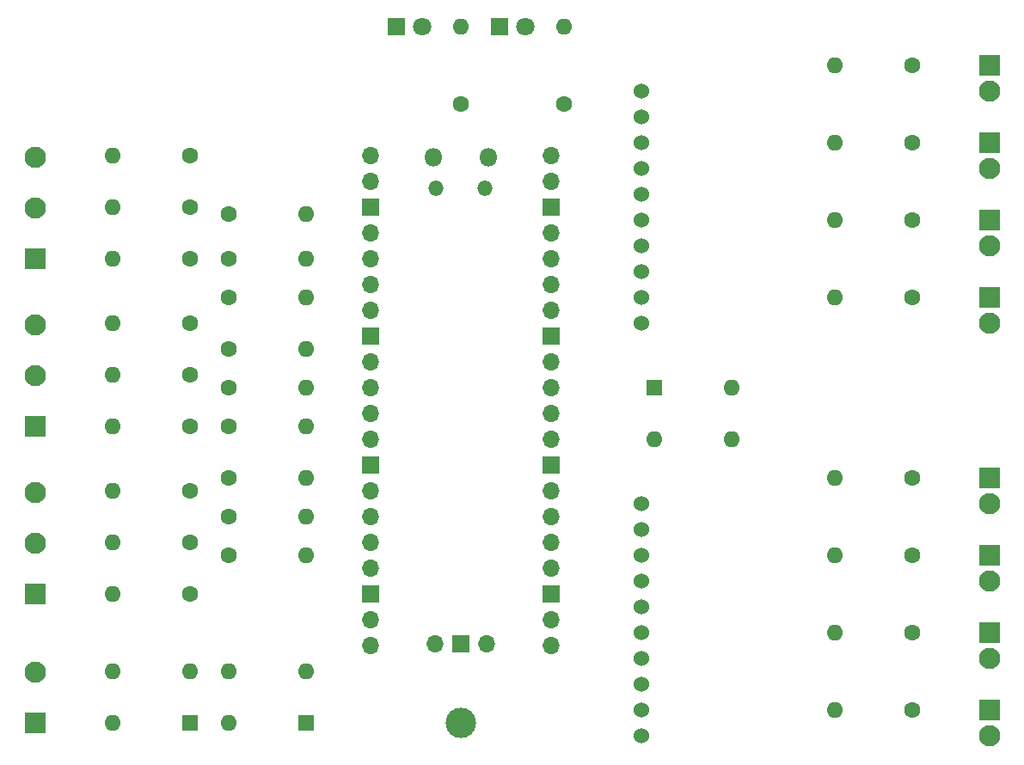
<source format=gbs>
G04 #@! TF.GenerationSoftware,KiCad,Pcbnew,5.1.9+dfsg1-1*
G04 #@! TF.CreationDate,2022-01-29T15:43:47+01:00*
G04 #@! TF.ProjectId,rogue_sensors,726f6775-655f-4736-956e-736f72732e6b,v01*
G04 #@! TF.SameCoordinates,Original*
G04 #@! TF.FileFunction,Soldermask,Bot*
G04 #@! TF.FilePolarity,Negative*
%FSLAX46Y46*%
G04 Gerber Fmt 4.6, Leading zero omitted, Abs format (unit mm)*
G04 Created by KiCad (PCBNEW 5.1.9+dfsg1-1) date 2022-01-29 15:43:47*
%MOMM*%
%LPD*%
G01*
G04 APERTURE LIST*
%ADD10C,1.600000*%
%ADD11O,1.600000X1.600000*%
%ADD12O,1.700000X1.700000*%
%ADD13R,1.700000X1.700000*%
%ADD14O,1.800000X1.800000*%
%ADD15O,1.500000X1.500000*%
%ADD16C,3.000000*%
%ADD17R,1.800000X1.800000*%
%ADD18C,1.800000*%
%ADD19C,2.100000*%
%ADD20R,2.100000X2.100000*%
%ADD21R,1.600000X1.600000*%
%ADD22C,1.524000*%
G04 APERTURE END LIST*
D10*
G04 #@! TO.C,R26*
X106680000Y-69850000D03*
D11*
X99060000Y-69850000D03*
G04 #@! TD*
D12*
G04 #@! TO.C,U1*
X53340000Y-30480000D03*
X53340000Y-33020000D03*
D13*
X53340000Y-35560000D03*
D12*
X53340000Y-38100000D03*
X53340000Y-40640000D03*
X53340000Y-43180000D03*
X53340000Y-45720000D03*
D13*
X53340000Y-48260000D03*
D12*
X53340000Y-50800000D03*
X53340000Y-53340000D03*
X53340000Y-55880000D03*
X53340000Y-58420000D03*
D13*
X53340000Y-60960000D03*
D12*
X53340000Y-63500000D03*
X53340000Y-66040000D03*
X53340000Y-68580000D03*
X53340000Y-71120000D03*
D13*
X53340000Y-73660000D03*
D12*
X53340000Y-76200000D03*
X53340000Y-78740000D03*
X71120000Y-78740000D03*
X71120000Y-76200000D03*
D13*
X71120000Y-73660000D03*
D12*
X71120000Y-71120000D03*
X71120000Y-68580000D03*
X71120000Y-66040000D03*
X71120000Y-63500000D03*
D13*
X71120000Y-60960000D03*
D12*
X71120000Y-58420000D03*
X71120000Y-55880000D03*
X71120000Y-53340000D03*
X71120000Y-50800000D03*
D13*
X71120000Y-48260000D03*
D12*
X71120000Y-45720000D03*
X71120000Y-43180000D03*
X71120000Y-40640000D03*
X71120000Y-38100000D03*
D13*
X71120000Y-35560000D03*
D12*
X71120000Y-33020000D03*
X71120000Y-30480000D03*
D14*
X59505000Y-30610000D03*
X64955000Y-30610000D03*
D15*
X59805000Y-33640000D03*
X64655000Y-33640000D03*
D12*
X59690000Y-78510000D03*
D13*
X62230000Y-78510000D03*
D12*
X64770000Y-78510000D03*
G04 #@! TD*
D16*
G04 #@! TO.C,J5*
X62230000Y-86360000D03*
G04 #@! TD*
D17*
G04 #@! TO.C,D1*
X66040000Y-17780000D03*
D18*
X68580000Y-17780000D03*
G04 #@! TD*
G04 #@! TO.C,D2*
X58420000Y-17780000D03*
D17*
X55880000Y-17780000D03*
G04 #@! TD*
D19*
G04 #@! TO.C,J1*
X20320000Y-30640000D03*
X20320000Y-35640000D03*
D20*
X20320000Y-40640000D03*
G04 #@! TD*
G04 #@! TO.C,J2*
X20320000Y-57150000D03*
D19*
X20320000Y-52150000D03*
X20320000Y-47150000D03*
G04 #@! TD*
D20*
G04 #@! TO.C,J3*
X20320000Y-73660000D03*
D19*
X20320000Y-68660000D03*
X20320000Y-63660000D03*
G04 #@! TD*
D20*
G04 #@! TO.C,J4*
X20320000Y-86360000D03*
D19*
X20320000Y-81360000D03*
G04 #@! TD*
D20*
G04 #@! TO.C,J6*
X114300000Y-21590000D03*
D19*
X114300000Y-24130000D03*
G04 #@! TD*
G04 #@! TO.C,J7*
X114300000Y-31750000D03*
D20*
X114300000Y-29210000D03*
G04 #@! TD*
G04 #@! TO.C,J8*
X114300000Y-36830000D03*
D19*
X114300000Y-39370000D03*
G04 #@! TD*
G04 #@! TO.C,J9*
X114300000Y-46990000D03*
D20*
X114300000Y-44450000D03*
G04 #@! TD*
G04 #@! TO.C,J10*
X114300000Y-62230000D03*
D19*
X114300000Y-64770000D03*
G04 #@! TD*
G04 #@! TO.C,J11*
X114300000Y-72390000D03*
D20*
X114300000Y-69850000D03*
G04 #@! TD*
G04 #@! TO.C,J12*
X114300000Y-77470000D03*
D19*
X114300000Y-80010000D03*
G04 #@! TD*
G04 #@! TO.C,J13*
X114300000Y-87630000D03*
D20*
X114300000Y-85090000D03*
G04 #@! TD*
D11*
G04 #@! TO.C,R1*
X46990000Y-36195000D03*
D10*
X39370000Y-36195000D03*
G04 #@! TD*
G04 #@! TO.C,R2*
X39370000Y-40640000D03*
D11*
X46990000Y-40640000D03*
G04 #@! TD*
G04 #@! TO.C,R3*
X46990000Y-44450000D03*
D10*
X39370000Y-44450000D03*
G04 #@! TD*
G04 #@! TO.C,R4*
X39370000Y-49530000D03*
D11*
X46990000Y-49530000D03*
G04 #@! TD*
G04 #@! TO.C,R5*
X46990000Y-53340000D03*
D10*
X39370000Y-53340000D03*
G04 #@! TD*
G04 #@! TO.C,R6*
X39370000Y-57150000D03*
D11*
X46990000Y-57150000D03*
G04 #@! TD*
G04 #@! TO.C,R7*
X46990000Y-62230000D03*
D10*
X39370000Y-62230000D03*
G04 #@! TD*
G04 #@! TO.C,R8*
X39370000Y-66040000D03*
D11*
X46990000Y-66040000D03*
G04 #@! TD*
G04 #@! TO.C,R9*
X46990000Y-69850000D03*
D10*
X39370000Y-69850000D03*
G04 #@! TD*
D11*
G04 #@! TO.C,R10*
X27940000Y-30480000D03*
D10*
X35560000Y-30480000D03*
G04 #@! TD*
G04 #@! TO.C,R11*
X35560000Y-35560000D03*
D11*
X27940000Y-35560000D03*
G04 #@! TD*
D10*
G04 #@! TO.C,R12*
X35560000Y-40640000D03*
D11*
X27940000Y-40640000D03*
G04 #@! TD*
G04 #@! TO.C,R13*
X27940000Y-46990000D03*
D10*
X35560000Y-46990000D03*
G04 #@! TD*
G04 #@! TO.C,R14*
X35560000Y-52070000D03*
D11*
X27940000Y-52070000D03*
G04 #@! TD*
D10*
G04 #@! TO.C,R15*
X35560000Y-57150000D03*
D11*
X27940000Y-57150000D03*
G04 #@! TD*
G04 #@! TO.C,R16*
X27940000Y-63500000D03*
D10*
X35560000Y-63500000D03*
G04 #@! TD*
G04 #@! TO.C,R17*
X35560000Y-68580000D03*
D11*
X27940000Y-68580000D03*
G04 #@! TD*
G04 #@! TO.C,R18*
X27940000Y-73660000D03*
D10*
X35560000Y-73660000D03*
G04 #@! TD*
D11*
G04 #@! TO.C,R19*
X72390000Y-17780000D03*
D10*
X72390000Y-25400000D03*
G04 #@! TD*
G04 #@! TO.C,R20*
X62230000Y-25400000D03*
D11*
X62230000Y-17780000D03*
G04 #@! TD*
G04 #@! TO.C,R21*
X99060000Y-21590000D03*
D10*
X106680000Y-21590000D03*
G04 #@! TD*
G04 #@! TO.C,R22*
X106680000Y-29210000D03*
D11*
X99060000Y-29210000D03*
G04 #@! TD*
G04 #@! TO.C,R23*
X99060000Y-36830000D03*
D10*
X106680000Y-36830000D03*
G04 #@! TD*
G04 #@! TO.C,R24*
X106680000Y-44450000D03*
D11*
X99060000Y-44450000D03*
G04 #@! TD*
G04 #@! TO.C,R25*
X99060000Y-62230000D03*
D10*
X106680000Y-62230000D03*
G04 #@! TD*
D11*
G04 #@! TO.C,R27*
X99060000Y-77470000D03*
D10*
X106680000Y-77470000D03*
G04 #@! TD*
G04 #@! TO.C,R28*
X106680000Y-85090000D03*
D11*
X99060000Y-85090000D03*
G04 #@! TD*
G04 #@! TO.C,SW1*
X39370000Y-86360000D03*
X46990000Y-81280000D03*
X39370000Y-81280000D03*
D21*
X46990000Y-86360000D03*
G04 #@! TD*
G04 #@! TO.C,SW2*
X35560000Y-86360000D03*
D11*
X27940000Y-81280000D03*
X35560000Y-81280000D03*
X27940000Y-86360000D03*
G04 #@! TD*
G04 #@! TO.C,SW3*
X88900000Y-53340000D03*
X81280000Y-58420000D03*
X88900000Y-58420000D03*
D21*
X81280000Y-53340000D03*
G04 #@! TD*
D22*
G04 #@! TO.C,U2*
X80010000Y-46990000D03*
X80010000Y-44450000D03*
X80010000Y-41910000D03*
X80010000Y-39370000D03*
X80010000Y-36830000D03*
X80010000Y-34290000D03*
X80010000Y-31750000D03*
X80010000Y-29210000D03*
X80010000Y-26670000D03*
X80010000Y-24130000D03*
G04 #@! TD*
G04 #@! TO.C,U3*
X80010000Y-64770000D03*
X80010000Y-67310000D03*
X80010000Y-69850000D03*
X80010000Y-72390000D03*
X80010000Y-74930000D03*
X80010000Y-77470000D03*
X80010000Y-80010000D03*
X80010000Y-82550000D03*
X80010000Y-85090000D03*
X80010000Y-87630000D03*
G04 #@! TD*
M02*

</source>
